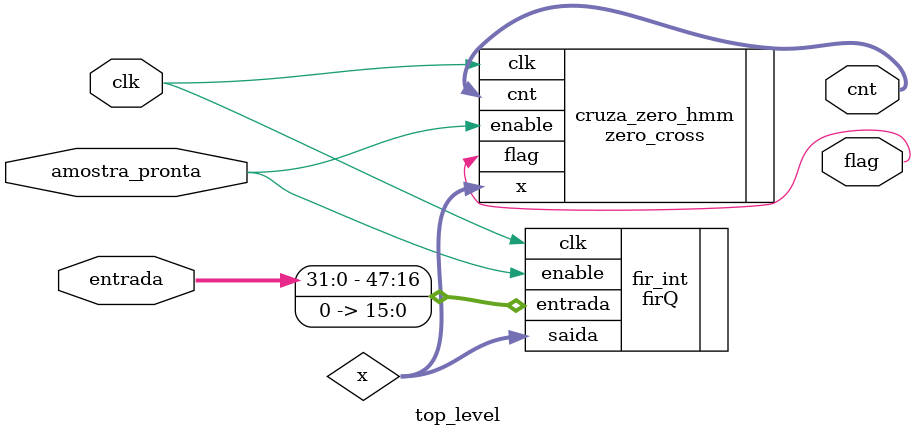
<source format=v>
module top_level (input clk,
						//input reset,
						input signed [31:0] entrada,
						input amostra_pronta,
						output flag,
						output [8:0] cnt
						);
	wire [31:0] x;
	//assign x_filt = x;
					
	zero_cross  cruza_zero_hmm	(.clk(clk),
										 //.reset(reset),
										 .enable(amostra_pronta),
										 .x(x),
										 .flag(flag),
										 .cnt(cnt)
										);
						
	firQ fir_int (	.clk(clk), 
						//.reset(reset),
						.enable(amostra_pronta),
						.entrada({entrada, 16'd0}),
						.saida(x)
					 );
				
				
						
endmodule

</source>
